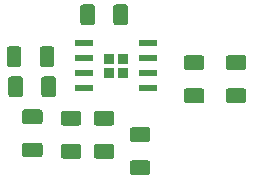
<source format=gbr>
G04 #@! TF.GenerationSoftware,KiCad,Pcbnew,(5.0.0)*
G04 #@! TF.CreationDate,2018-08-05T21:05:08-04:00*
G04 #@! TF.ProjectId,5vStepDown,357653746570446F776E2E6B69636164,rev?*
G04 #@! TF.SameCoordinates,Original*
G04 #@! TF.FileFunction,Paste,Top*
G04 #@! TF.FilePolarity,Positive*
%FSLAX46Y46*%
G04 Gerber Fmt 4.6, Leading zero omitted, Abs format (unit mm)*
G04 Created by KiCad (PCBNEW (5.0.0)) date 08/05/18 21:05:08*
%MOMM*%
%LPD*%
G01*
G04 APERTURE LIST*
%ADD10C,0.100000*%
%ADD11C,1.250000*%
%ADD12R,0.950000X0.950000*%
%ADD13R,1.550000X0.600000*%
G04 APERTURE END LIST*
D10*
G04 #@! TO.C,C2*
G36*
X172861504Y-101484204D02*
X172885773Y-101487804D01*
X172909571Y-101493765D01*
X172932671Y-101502030D01*
X172954849Y-101512520D01*
X172975893Y-101525133D01*
X172995598Y-101539747D01*
X173013777Y-101556223D01*
X173030253Y-101574402D01*
X173044867Y-101594107D01*
X173057480Y-101615151D01*
X173067970Y-101637329D01*
X173076235Y-101660429D01*
X173082196Y-101684227D01*
X173085796Y-101708496D01*
X173087000Y-101733000D01*
X173087000Y-102483000D01*
X173085796Y-102507504D01*
X173082196Y-102531773D01*
X173076235Y-102555571D01*
X173067970Y-102578671D01*
X173057480Y-102600849D01*
X173044867Y-102621893D01*
X173030253Y-102641598D01*
X173013777Y-102659777D01*
X172995598Y-102676253D01*
X172975893Y-102690867D01*
X172954849Y-102703480D01*
X172932671Y-102713970D01*
X172909571Y-102722235D01*
X172885773Y-102728196D01*
X172861504Y-102731796D01*
X172837000Y-102733000D01*
X171587000Y-102733000D01*
X171562496Y-102731796D01*
X171538227Y-102728196D01*
X171514429Y-102722235D01*
X171491329Y-102713970D01*
X171469151Y-102703480D01*
X171448107Y-102690867D01*
X171428402Y-102676253D01*
X171410223Y-102659777D01*
X171393747Y-102641598D01*
X171379133Y-102621893D01*
X171366520Y-102600849D01*
X171356030Y-102578671D01*
X171347765Y-102555571D01*
X171341804Y-102531773D01*
X171338204Y-102507504D01*
X171337000Y-102483000D01*
X171337000Y-101733000D01*
X171338204Y-101708496D01*
X171341804Y-101684227D01*
X171347765Y-101660429D01*
X171356030Y-101637329D01*
X171366520Y-101615151D01*
X171379133Y-101594107D01*
X171393747Y-101574402D01*
X171410223Y-101556223D01*
X171428402Y-101539747D01*
X171448107Y-101525133D01*
X171469151Y-101512520D01*
X171491329Y-101502030D01*
X171514429Y-101493765D01*
X171538227Y-101487804D01*
X171562496Y-101484204D01*
X171587000Y-101483000D01*
X172837000Y-101483000D01*
X172861504Y-101484204D01*
X172861504Y-101484204D01*
G37*
D11*
X172212000Y-102108000D03*
D10*
G36*
X172861504Y-98684204D02*
X172885773Y-98687804D01*
X172909571Y-98693765D01*
X172932671Y-98702030D01*
X172954849Y-98712520D01*
X172975893Y-98725133D01*
X172995598Y-98739747D01*
X173013777Y-98756223D01*
X173030253Y-98774402D01*
X173044867Y-98794107D01*
X173057480Y-98815151D01*
X173067970Y-98837329D01*
X173076235Y-98860429D01*
X173082196Y-98884227D01*
X173085796Y-98908496D01*
X173087000Y-98933000D01*
X173087000Y-99683000D01*
X173085796Y-99707504D01*
X173082196Y-99731773D01*
X173076235Y-99755571D01*
X173067970Y-99778671D01*
X173057480Y-99800849D01*
X173044867Y-99821893D01*
X173030253Y-99841598D01*
X173013777Y-99859777D01*
X172995598Y-99876253D01*
X172975893Y-99890867D01*
X172954849Y-99903480D01*
X172932671Y-99913970D01*
X172909571Y-99922235D01*
X172885773Y-99928196D01*
X172861504Y-99931796D01*
X172837000Y-99933000D01*
X171587000Y-99933000D01*
X171562496Y-99931796D01*
X171538227Y-99928196D01*
X171514429Y-99922235D01*
X171491329Y-99913970D01*
X171469151Y-99903480D01*
X171448107Y-99890867D01*
X171428402Y-99876253D01*
X171410223Y-99859777D01*
X171393747Y-99841598D01*
X171379133Y-99821893D01*
X171366520Y-99800849D01*
X171356030Y-99778671D01*
X171347765Y-99755571D01*
X171341804Y-99731773D01*
X171338204Y-99707504D01*
X171337000Y-99683000D01*
X171337000Y-98933000D01*
X171338204Y-98908496D01*
X171341804Y-98884227D01*
X171347765Y-98860429D01*
X171356030Y-98837329D01*
X171366520Y-98815151D01*
X171379133Y-98794107D01*
X171393747Y-98774402D01*
X171410223Y-98756223D01*
X171428402Y-98739747D01*
X171448107Y-98725133D01*
X171469151Y-98712520D01*
X171491329Y-98702030D01*
X171514429Y-98693765D01*
X171538227Y-98687804D01*
X171562496Y-98684204D01*
X171587000Y-98683000D01*
X172837000Y-98683000D01*
X172861504Y-98684204D01*
X172861504Y-98684204D01*
G37*
D11*
X172212000Y-99308000D03*
G04 #@! TD*
D10*
G04 #@! TO.C,C3*
G36*
X163736290Y-99973822D02*
X163760559Y-99977422D01*
X163784357Y-99983383D01*
X163807457Y-99991648D01*
X163829635Y-100002138D01*
X163850679Y-100014751D01*
X163870384Y-100029365D01*
X163888563Y-100045841D01*
X163905039Y-100064020D01*
X163919653Y-100083725D01*
X163932266Y-100104769D01*
X163942756Y-100126947D01*
X163951021Y-100150047D01*
X163956982Y-100173845D01*
X163960582Y-100198114D01*
X163961786Y-100222618D01*
X163961786Y-100972618D01*
X163960582Y-100997122D01*
X163956982Y-101021391D01*
X163951021Y-101045189D01*
X163942756Y-101068289D01*
X163932266Y-101090467D01*
X163919653Y-101111511D01*
X163905039Y-101131216D01*
X163888563Y-101149395D01*
X163870384Y-101165871D01*
X163850679Y-101180485D01*
X163829635Y-101193098D01*
X163807457Y-101203588D01*
X163784357Y-101211853D01*
X163760559Y-101217814D01*
X163736290Y-101221414D01*
X163711786Y-101222618D01*
X162461786Y-101222618D01*
X162437282Y-101221414D01*
X162413013Y-101217814D01*
X162389215Y-101211853D01*
X162366115Y-101203588D01*
X162343937Y-101193098D01*
X162322893Y-101180485D01*
X162303188Y-101165871D01*
X162285009Y-101149395D01*
X162268533Y-101131216D01*
X162253919Y-101111511D01*
X162241306Y-101090467D01*
X162230816Y-101068289D01*
X162222551Y-101045189D01*
X162216590Y-101021391D01*
X162212990Y-100997122D01*
X162211786Y-100972618D01*
X162211786Y-100222618D01*
X162212990Y-100198114D01*
X162216590Y-100173845D01*
X162222551Y-100150047D01*
X162230816Y-100126947D01*
X162241306Y-100104769D01*
X162253919Y-100083725D01*
X162268533Y-100064020D01*
X162285009Y-100045841D01*
X162303188Y-100029365D01*
X162322893Y-100014751D01*
X162343937Y-100002138D01*
X162366115Y-99991648D01*
X162389215Y-99983383D01*
X162413013Y-99977422D01*
X162437282Y-99973822D01*
X162461786Y-99972618D01*
X163711786Y-99972618D01*
X163736290Y-99973822D01*
X163736290Y-99973822D01*
G37*
D11*
X163086786Y-100597618D03*
D10*
G36*
X163736290Y-97173822D02*
X163760559Y-97177422D01*
X163784357Y-97183383D01*
X163807457Y-97191648D01*
X163829635Y-97202138D01*
X163850679Y-97214751D01*
X163870384Y-97229365D01*
X163888563Y-97245841D01*
X163905039Y-97264020D01*
X163919653Y-97283725D01*
X163932266Y-97304769D01*
X163942756Y-97326947D01*
X163951021Y-97350047D01*
X163956982Y-97373845D01*
X163960582Y-97398114D01*
X163961786Y-97422618D01*
X163961786Y-98172618D01*
X163960582Y-98197122D01*
X163956982Y-98221391D01*
X163951021Y-98245189D01*
X163942756Y-98268289D01*
X163932266Y-98290467D01*
X163919653Y-98311511D01*
X163905039Y-98331216D01*
X163888563Y-98349395D01*
X163870384Y-98365871D01*
X163850679Y-98380485D01*
X163829635Y-98393098D01*
X163807457Y-98403588D01*
X163784357Y-98411853D01*
X163760559Y-98417814D01*
X163736290Y-98421414D01*
X163711786Y-98422618D01*
X162461786Y-98422618D01*
X162437282Y-98421414D01*
X162413013Y-98417814D01*
X162389215Y-98411853D01*
X162366115Y-98403588D01*
X162343937Y-98393098D01*
X162322893Y-98380485D01*
X162303188Y-98365871D01*
X162285009Y-98349395D01*
X162268533Y-98331216D01*
X162253919Y-98311511D01*
X162241306Y-98290467D01*
X162230816Y-98268289D01*
X162222551Y-98245189D01*
X162216590Y-98221391D01*
X162212990Y-98197122D01*
X162211786Y-98172618D01*
X162211786Y-97422618D01*
X162212990Y-97398114D01*
X162216590Y-97373845D01*
X162222551Y-97350047D01*
X162230816Y-97326947D01*
X162241306Y-97304769D01*
X162253919Y-97283725D01*
X162268533Y-97264020D01*
X162285009Y-97245841D01*
X162303188Y-97229365D01*
X162322893Y-97214751D01*
X162343937Y-97202138D01*
X162366115Y-97191648D01*
X162389215Y-97183383D01*
X162413013Y-97177422D01*
X162437282Y-97173822D01*
X162461786Y-97172618D01*
X163711786Y-97172618D01*
X163736290Y-97173822D01*
X163736290Y-97173822D01*
G37*
D11*
X163086786Y-97797618D03*
G04 #@! TD*
D10*
G04 #@! TO.C,C4*
G36*
X161937504Y-91836204D02*
X161961773Y-91839804D01*
X161985571Y-91845765D01*
X162008671Y-91854030D01*
X162030849Y-91864520D01*
X162051893Y-91877133D01*
X162071598Y-91891747D01*
X162089777Y-91908223D01*
X162106253Y-91926402D01*
X162120867Y-91946107D01*
X162133480Y-91967151D01*
X162143970Y-91989329D01*
X162152235Y-92012429D01*
X162158196Y-92036227D01*
X162161796Y-92060496D01*
X162163000Y-92085000D01*
X162163000Y-93335000D01*
X162161796Y-93359504D01*
X162158196Y-93383773D01*
X162152235Y-93407571D01*
X162143970Y-93430671D01*
X162133480Y-93452849D01*
X162120867Y-93473893D01*
X162106253Y-93493598D01*
X162089777Y-93511777D01*
X162071598Y-93528253D01*
X162051893Y-93542867D01*
X162030849Y-93555480D01*
X162008671Y-93565970D01*
X161985571Y-93574235D01*
X161961773Y-93580196D01*
X161937504Y-93583796D01*
X161913000Y-93585000D01*
X161163000Y-93585000D01*
X161138496Y-93583796D01*
X161114227Y-93580196D01*
X161090429Y-93574235D01*
X161067329Y-93565970D01*
X161045151Y-93555480D01*
X161024107Y-93542867D01*
X161004402Y-93528253D01*
X160986223Y-93511777D01*
X160969747Y-93493598D01*
X160955133Y-93473893D01*
X160942520Y-93452849D01*
X160932030Y-93430671D01*
X160923765Y-93407571D01*
X160917804Y-93383773D01*
X160914204Y-93359504D01*
X160913000Y-93335000D01*
X160913000Y-92085000D01*
X160914204Y-92060496D01*
X160917804Y-92036227D01*
X160923765Y-92012429D01*
X160932030Y-91989329D01*
X160942520Y-91967151D01*
X160955133Y-91946107D01*
X160969747Y-91926402D01*
X160986223Y-91908223D01*
X161004402Y-91891747D01*
X161024107Y-91877133D01*
X161045151Y-91864520D01*
X161067329Y-91854030D01*
X161090429Y-91845765D01*
X161114227Y-91839804D01*
X161138496Y-91836204D01*
X161163000Y-91835000D01*
X161913000Y-91835000D01*
X161937504Y-91836204D01*
X161937504Y-91836204D01*
G37*
D11*
X161538000Y-92710000D03*
D10*
G36*
X164737504Y-91836204D02*
X164761773Y-91839804D01*
X164785571Y-91845765D01*
X164808671Y-91854030D01*
X164830849Y-91864520D01*
X164851893Y-91877133D01*
X164871598Y-91891747D01*
X164889777Y-91908223D01*
X164906253Y-91926402D01*
X164920867Y-91946107D01*
X164933480Y-91967151D01*
X164943970Y-91989329D01*
X164952235Y-92012429D01*
X164958196Y-92036227D01*
X164961796Y-92060496D01*
X164963000Y-92085000D01*
X164963000Y-93335000D01*
X164961796Y-93359504D01*
X164958196Y-93383773D01*
X164952235Y-93407571D01*
X164943970Y-93430671D01*
X164933480Y-93452849D01*
X164920867Y-93473893D01*
X164906253Y-93493598D01*
X164889777Y-93511777D01*
X164871598Y-93528253D01*
X164851893Y-93542867D01*
X164830849Y-93555480D01*
X164808671Y-93565970D01*
X164785571Y-93574235D01*
X164761773Y-93580196D01*
X164737504Y-93583796D01*
X164713000Y-93585000D01*
X163963000Y-93585000D01*
X163938496Y-93583796D01*
X163914227Y-93580196D01*
X163890429Y-93574235D01*
X163867329Y-93565970D01*
X163845151Y-93555480D01*
X163824107Y-93542867D01*
X163804402Y-93528253D01*
X163786223Y-93511777D01*
X163769747Y-93493598D01*
X163755133Y-93473893D01*
X163742520Y-93452849D01*
X163732030Y-93430671D01*
X163723765Y-93407571D01*
X163717804Y-93383773D01*
X163714204Y-93359504D01*
X163713000Y-93335000D01*
X163713000Y-92085000D01*
X163714204Y-92060496D01*
X163717804Y-92036227D01*
X163723765Y-92012429D01*
X163732030Y-91989329D01*
X163742520Y-91967151D01*
X163755133Y-91946107D01*
X163769747Y-91926402D01*
X163786223Y-91908223D01*
X163804402Y-91891747D01*
X163824107Y-91877133D01*
X163845151Y-91864520D01*
X163867329Y-91854030D01*
X163890429Y-91845765D01*
X163914227Y-91839804D01*
X163938496Y-91836204D01*
X163963000Y-91835000D01*
X164713000Y-91835000D01*
X164737504Y-91836204D01*
X164737504Y-91836204D01*
G37*
D11*
X164338000Y-92710000D03*
G04 #@! TD*
D10*
G04 #@! TO.C,C5*
G36*
X180989504Y-92588204D02*
X181013773Y-92591804D01*
X181037571Y-92597765D01*
X181060671Y-92606030D01*
X181082849Y-92616520D01*
X181103893Y-92629133D01*
X181123598Y-92643747D01*
X181141777Y-92660223D01*
X181158253Y-92678402D01*
X181172867Y-92698107D01*
X181185480Y-92719151D01*
X181195970Y-92741329D01*
X181204235Y-92764429D01*
X181210196Y-92788227D01*
X181213796Y-92812496D01*
X181215000Y-92837000D01*
X181215000Y-93587000D01*
X181213796Y-93611504D01*
X181210196Y-93635773D01*
X181204235Y-93659571D01*
X181195970Y-93682671D01*
X181185480Y-93704849D01*
X181172867Y-93725893D01*
X181158253Y-93745598D01*
X181141777Y-93763777D01*
X181123598Y-93780253D01*
X181103893Y-93794867D01*
X181082849Y-93807480D01*
X181060671Y-93817970D01*
X181037571Y-93826235D01*
X181013773Y-93832196D01*
X180989504Y-93835796D01*
X180965000Y-93837000D01*
X179715000Y-93837000D01*
X179690496Y-93835796D01*
X179666227Y-93832196D01*
X179642429Y-93826235D01*
X179619329Y-93817970D01*
X179597151Y-93807480D01*
X179576107Y-93794867D01*
X179556402Y-93780253D01*
X179538223Y-93763777D01*
X179521747Y-93745598D01*
X179507133Y-93725893D01*
X179494520Y-93704849D01*
X179484030Y-93682671D01*
X179475765Y-93659571D01*
X179469804Y-93635773D01*
X179466204Y-93611504D01*
X179465000Y-93587000D01*
X179465000Y-92837000D01*
X179466204Y-92812496D01*
X179469804Y-92788227D01*
X179475765Y-92764429D01*
X179484030Y-92741329D01*
X179494520Y-92719151D01*
X179507133Y-92698107D01*
X179521747Y-92678402D01*
X179538223Y-92660223D01*
X179556402Y-92643747D01*
X179576107Y-92629133D01*
X179597151Y-92616520D01*
X179619329Y-92606030D01*
X179642429Y-92597765D01*
X179666227Y-92591804D01*
X179690496Y-92588204D01*
X179715000Y-92587000D01*
X180965000Y-92587000D01*
X180989504Y-92588204D01*
X180989504Y-92588204D01*
G37*
D11*
X180340000Y-93212000D03*
D10*
G36*
X180989504Y-95388204D02*
X181013773Y-95391804D01*
X181037571Y-95397765D01*
X181060671Y-95406030D01*
X181082849Y-95416520D01*
X181103893Y-95429133D01*
X181123598Y-95443747D01*
X181141777Y-95460223D01*
X181158253Y-95478402D01*
X181172867Y-95498107D01*
X181185480Y-95519151D01*
X181195970Y-95541329D01*
X181204235Y-95564429D01*
X181210196Y-95588227D01*
X181213796Y-95612496D01*
X181215000Y-95637000D01*
X181215000Y-96387000D01*
X181213796Y-96411504D01*
X181210196Y-96435773D01*
X181204235Y-96459571D01*
X181195970Y-96482671D01*
X181185480Y-96504849D01*
X181172867Y-96525893D01*
X181158253Y-96545598D01*
X181141777Y-96563777D01*
X181123598Y-96580253D01*
X181103893Y-96594867D01*
X181082849Y-96607480D01*
X181060671Y-96617970D01*
X181037571Y-96626235D01*
X181013773Y-96632196D01*
X180989504Y-96635796D01*
X180965000Y-96637000D01*
X179715000Y-96637000D01*
X179690496Y-96635796D01*
X179666227Y-96632196D01*
X179642429Y-96626235D01*
X179619329Y-96617970D01*
X179597151Y-96607480D01*
X179576107Y-96594867D01*
X179556402Y-96580253D01*
X179538223Y-96563777D01*
X179521747Y-96545598D01*
X179507133Y-96525893D01*
X179494520Y-96504849D01*
X179484030Y-96482671D01*
X179475765Y-96459571D01*
X179469804Y-96435773D01*
X179466204Y-96411504D01*
X179465000Y-96387000D01*
X179465000Y-95637000D01*
X179466204Y-95612496D01*
X179469804Y-95588227D01*
X179475765Y-95564429D01*
X179484030Y-95541329D01*
X179494520Y-95519151D01*
X179507133Y-95498107D01*
X179521747Y-95478402D01*
X179538223Y-95460223D01*
X179556402Y-95443747D01*
X179576107Y-95429133D01*
X179597151Y-95416520D01*
X179619329Y-95406030D01*
X179642429Y-95397765D01*
X179666227Y-95391804D01*
X179690496Y-95388204D01*
X179715000Y-95387000D01*
X180965000Y-95387000D01*
X180989504Y-95388204D01*
X180989504Y-95388204D01*
G37*
D11*
X180340000Y-96012000D03*
G04 #@! TD*
D10*
G04 #@! TO.C,C6*
G36*
X177433504Y-92594204D02*
X177457773Y-92597804D01*
X177481571Y-92603765D01*
X177504671Y-92612030D01*
X177526849Y-92622520D01*
X177547893Y-92635133D01*
X177567598Y-92649747D01*
X177585777Y-92666223D01*
X177602253Y-92684402D01*
X177616867Y-92704107D01*
X177629480Y-92725151D01*
X177639970Y-92747329D01*
X177648235Y-92770429D01*
X177654196Y-92794227D01*
X177657796Y-92818496D01*
X177659000Y-92843000D01*
X177659000Y-93593000D01*
X177657796Y-93617504D01*
X177654196Y-93641773D01*
X177648235Y-93665571D01*
X177639970Y-93688671D01*
X177629480Y-93710849D01*
X177616867Y-93731893D01*
X177602253Y-93751598D01*
X177585777Y-93769777D01*
X177567598Y-93786253D01*
X177547893Y-93800867D01*
X177526849Y-93813480D01*
X177504671Y-93823970D01*
X177481571Y-93832235D01*
X177457773Y-93838196D01*
X177433504Y-93841796D01*
X177409000Y-93843000D01*
X176159000Y-93843000D01*
X176134496Y-93841796D01*
X176110227Y-93838196D01*
X176086429Y-93832235D01*
X176063329Y-93823970D01*
X176041151Y-93813480D01*
X176020107Y-93800867D01*
X176000402Y-93786253D01*
X175982223Y-93769777D01*
X175965747Y-93751598D01*
X175951133Y-93731893D01*
X175938520Y-93710849D01*
X175928030Y-93688671D01*
X175919765Y-93665571D01*
X175913804Y-93641773D01*
X175910204Y-93617504D01*
X175909000Y-93593000D01*
X175909000Y-92843000D01*
X175910204Y-92818496D01*
X175913804Y-92794227D01*
X175919765Y-92770429D01*
X175928030Y-92747329D01*
X175938520Y-92725151D01*
X175951133Y-92704107D01*
X175965747Y-92684402D01*
X175982223Y-92666223D01*
X176000402Y-92649747D01*
X176020107Y-92635133D01*
X176041151Y-92622520D01*
X176063329Y-92612030D01*
X176086429Y-92603765D01*
X176110227Y-92597804D01*
X176134496Y-92594204D01*
X176159000Y-92593000D01*
X177409000Y-92593000D01*
X177433504Y-92594204D01*
X177433504Y-92594204D01*
G37*
D11*
X176784000Y-93218000D03*
D10*
G36*
X177433504Y-95394204D02*
X177457773Y-95397804D01*
X177481571Y-95403765D01*
X177504671Y-95412030D01*
X177526849Y-95422520D01*
X177547893Y-95435133D01*
X177567598Y-95449747D01*
X177585777Y-95466223D01*
X177602253Y-95484402D01*
X177616867Y-95504107D01*
X177629480Y-95525151D01*
X177639970Y-95547329D01*
X177648235Y-95570429D01*
X177654196Y-95594227D01*
X177657796Y-95618496D01*
X177659000Y-95643000D01*
X177659000Y-96393000D01*
X177657796Y-96417504D01*
X177654196Y-96441773D01*
X177648235Y-96465571D01*
X177639970Y-96488671D01*
X177629480Y-96510849D01*
X177616867Y-96531893D01*
X177602253Y-96551598D01*
X177585777Y-96569777D01*
X177567598Y-96586253D01*
X177547893Y-96600867D01*
X177526849Y-96613480D01*
X177504671Y-96623970D01*
X177481571Y-96632235D01*
X177457773Y-96638196D01*
X177433504Y-96641796D01*
X177409000Y-96643000D01*
X176159000Y-96643000D01*
X176134496Y-96641796D01*
X176110227Y-96638196D01*
X176086429Y-96632235D01*
X176063329Y-96623970D01*
X176041151Y-96613480D01*
X176020107Y-96600867D01*
X176000402Y-96586253D01*
X175982223Y-96569777D01*
X175965747Y-96551598D01*
X175951133Y-96531893D01*
X175938520Y-96510849D01*
X175928030Y-96488671D01*
X175919765Y-96465571D01*
X175913804Y-96441773D01*
X175910204Y-96417504D01*
X175909000Y-96393000D01*
X175909000Y-95643000D01*
X175910204Y-95618496D01*
X175913804Y-95594227D01*
X175919765Y-95570429D01*
X175928030Y-95547329D01*
X175938520Y-95525151D01*
X175951133Y-95504107D01*
X175965747Y-95484402D01*
X175982223Y-95466223D01*
X176000402Y-95449747D01*
X176020107Y-95435133D01*
X176041151Y-95422520D01*
X176063329Y-95412030D01*
X176086429Y-95403765D01*
X176110227Y-95397804D01*
X176134496Y-95394204D01*
X176159000Y-95393000D01*
X177409000Y-95393000D01*
X177433504Y-95394204D01*
X177433504Y-95394204D01*
G37*
D11*
X176784000Y-96018000D03*
G04 #@! TD*
D10*
G04 #@! TO.C,R1*
G36*
X170963504Y-88280204D02*
X170987773Y-88283804D01*
X171011571Y-88289765D01*
X171034671Y-88298030D01*
X171056849Y-88308520D01*
X171077893Y-88321133D01*
X171097598Y-88335747D01*
X171115777Y-88352223D01*
X171132253Y-88370402D01*
X171146867Y-88390107D01*
X171159480Y-88411151D01*
X171169970Y-88433329D01*
X171178235Y-88456429D01*
X171184196Y-88480227D01*
X171187796Y-88504496D01*
X171189000Y-88529000D01*
X171189000Y-89779000D01*
X171187796Y-89803504D01*
X171184196Y-89827773D01*
X171178235Y-89851571D01*
X171169970Y-89874671D01*
X171159480Y-89896849D01*
X171146867Y-89917893D01*
X171132253Y-89937598D01*
X171115777Y-89955777D01*
X171097598Y-89972253D01*
X171077893Y-89986867D01*
X171056849Y-89999480D01*
X171034671Y-90009970D01*
X171011571Y-90018235D01*
X170987773Y-90024196D01*
X170963504Y-90027796D01*
X170939000Y-90029000D01*
X170189000Y-90029000D01*
X170164496Y-90027796D01*
X170140227Y-90024196D01*
X170116429Y-90018235D01*
X170093329Y-90009970D01*
X170071151Y-89999480D01*
X170050107Y-89986867D01*
X170030402Y-89972253D01*
X170012223Y-89955777D01*
X169995747Y-89937598D01*
X169981133Y-89917893D01*
X169968520Y-89896849D01*
X169958030Y-89874671D01*
X169949765Y-89851571D01*
X169943804Y-89827773D01*
X169940204Y-89803504D01*
X169939000Y-89779000D01*
X169939000Y-88529000D01*
X169940204Y-88504496D01*
X169943804Y-88480227D01*
X169949765Y-88456429D01*
X169958030Y-88433329D01*
X169968520Y-88411151D01*
X169981133Y-88390107D01*
X169995747Y-88370402D01*
X170012223Y-88352223D01*
X170030402Y-88335747D01*
X170050107Y-88321133D01*
X170071151Y-88308520D01*
X170093329Y-88298030D01*
X170116429Y-88289765D01*
X170140227Y-88283804D01*
X170164496Y-88280204D01*
X170189000Y-88279000D01*
X170939000Y-88279000D01*
X170963504Y-88280204D01*
X170963504Y-88280204D01*
G37*
D11*
X170564000Y-89154000D03*
D10*
G36*
X168163504Y-88280204D02*
X168187773Y-88283804D01*
X168211571Y-88289765D01*
X168234671Y-88298030D01*
X168256849Y-88308520D01*
X168277893Y-88321133D01*
X168297598Y-88335747D01*
X168315777Y-88352223D01*
X168332253Y-88370402D01*
X168346867Y-88390107D01*
X168359480Y-88411151D01*
X168369970Y-88433329D01*
X168378235Y-88456429D01*
X168384196Y-88480227D01*
X168387796Y-88504496D01*
X168389000Y-88529000D01*
X168389000Y-89779000D01*
X168387796Y-89803504D01*
X168384196Y-89827773D01*
X168378235Y-89851571D01*
X168369970Y-89874671D01*
X168359480Y-89896849D01*
X168346867Y-89917893D01*
X168332253Y-89937598D01*
X168315777Y-89955777D01*
X168297598Y-89972253D01*
X168277893Y-89986867D01*
X168256849Y-89999480D01*
X168234671Y-90009970D01*
X168211571Y-90018235D01*
X168187773Y-90024196D01*
X168163504Y-90027796D01*
X168139000Y-90029000D01*
X167389000Y-90029000D01*
X167364496Y-90027796D01*
X167340227Y-90024196D01*
X167316429Y-90018235D01*
X167293329Y-90009970D01*
X167271151Y-89999480D01*
X167250107Y-89986867D01*
X167230402Y-89972253D01*
X167212223Y-89955777D01*
X167195747Y-89937598D01*
X167181133Y-89917893D01*
X167168520Y-89896849D01*
X167158030Y-89874671D01*
X167149765Y-89851571D01*
X167143804Y-89827773D01*
X167140204Y-89803504D01*
X167139000Y-89779000D01*
X167139000Y-88529000D01*
X167140204Y-88504496D01*
X167143804Y-88480227D01*
X167149765Y-88456429D01*
X167158030Y-88433329D01*
X167168520Y-88411151D01*
X167181133Y-88390107D01*
X167195747Y-88370402D01*
X167212223Y-88352223D01*
X167230402Y-88335747D01*
X167250107Y-88321133D01*
X167271151Y-88308520D01*
X167293329Y-88298030D01*
X167316429Y-88289765D01*
X167340227Y-88283804D01*
X167364496Y-88280204D01*
X167389000Y-88279000D01*
X168139000Y-88279000D01*
X168163504Y-88280204D01*
X168163504Y-88280204D01*
G37*
D11*
X167764000Y-89154000D03*
G04 #@! TD*
D10*
G04 #@! TO.C,R2*
G36*
X164867504Y-94376204D02*
X164891773Y-94379804D01*
X164915571Y-94385765D01*
X164938671Y-94394030D01*
X164960849Y-94404520D01*
X164981893Y-94417133D01*
X165001598Y-94431747D01*
X165019777Y-94448223D01*
X165036253Y-94466402D01*
X165050867Y-94486107D01*
X165063480Y-94507151D01*
X165073970Y-94529329D01*
X165082235Y-94552429D01*
X165088196Y-94576227D01*
X165091796Y-94600496D01*
X165093000Y-94625000D01*
X165093000Y-95875000D01*
X165091796Y-95899504D01*
X165088196Y-95923773D01*
X165082235Y-95947571D01*
X165073970Y-95970671D01*
X165063480Y-95992849D01*
X165050867Y-96013893D01*
X165036253Y-96033598D01*
X165019777Y-96051777D01*
X165001598Y-96068253D01*
X164981893Y-96082867D01*
X164960849Y-96095480D01*
X164938671Y-96105970D01*
X164915571Y-96114235D01*
X164891773Y-96120196D01*
X164867504Y-96123796D01*
X164843000Y-96125000D01*
X164093000Y-96125000D01*
X164068496Y-96123796D01*
X164044227Y-96120196D01*
X164020429Y-96114235D01*
X163997329Y-96105970D01*
X163975151Y-96095480D01*
X163954107Y-96082867D01*
X163934402Y-96068253D01*
X163916223Y-96051777D01*
X163899747Y-96033598D01*
X163885133Y-96013893D01*
X163872520Y-95992849D01*
X163862030Y-95970671D01*
X163853765Y-95947571D01*
X163847804Y-95923773D01*
X163844204Y-95899504D01*
X163843000Y-95875000D01*
X163843000Y-94625000D01*
X163844204Y-94600496D01*
X163847804Y-94576227D01*
X163853765Y-94552429D01*
X163862030Y-94529329D01*
X163872520Y-94507151D01*
X163885133Y-94486107D01*
X163899747Y-94466402D01*
X163916223Y-94448223D01*
X163934402Y-94431747D01*
X163954107Y-94417133D01*
X163975151Y-94404520D01*
X163997329Y-94394030D01*
X164020429Y-94385765D01*
X164044227Y-94379804D01*
X164068496Y-94376204D01*
X164093000Y-94375000D01*
X164843000Y-94375000D01*
X164867504Y-94376204D01*
X164867504Y-94376204D01*
G37*
D11*
X164468000Y-95250000D03*
D10*
G36*
X162067504Y-94376204D02*
X162091773Y-94379804D01*
X162115571Y-94385765D01*
X162138671Y-94394030D01*
X162160849Y-94404520D01*
X162181893Y-94417133D01*
X162201598Y-94431747D01*
X162219777Y-94448223D01*
X162236253Y-94466402D01*
X162250867Y-94486107D01*
X162263480Y-94507151D01*
X162273970Y-94529329D01*
X162282235Y-94552429D01*
X162288196Y-94576227D01*
X162291796Y-94600496D01*
X162293000Y-94625000D01*
X162293000Y-95875000D01*
X162291796Y-95899504D01*
X162288196Y-95923773D01*
X162282235Y-95947571D01*
X162273970Y-95970671D01*
X162263480Y-95992849D01*
X162250867Y-96013893D01*
X162236253Y-96033598D01*
X162219777Y-96051777D01*
X162201598Y-96068253D01*
X162181893Y-96082867D01*
X162160849Y-96095480D01*
X162138671Y-96105970D01*
X162115571Y-96114235D01*
X162091773Y-96120196D01*
X162067504Y-96123796D01*
X162043000Y-96125000D01*
X161293000Y-96125000D01*
X161268496Y-96123796D01*
X161244227Y-96120196D01*
X161220429Y-96114235D01*
X161197329Y-96105970D01*
X161175151Y-96095480D01*
X161154107Y-96082867D01*
X161134402Y-96068253D01*
X161116223Y-96051777D01*
X161099747Y-96033598D01*
X161085133Y-96013893D01*
X161072520Y-95992849D01*
X161062030Y-95970671D01*
X161053765Y-95947571D01*
X161047804Y-95923773D01*
X161044204Y-95899504D01*
X161043000Y-95875000D01*
X161043000Y-94625000D01*
X161044204Y-94600496D01*
X161047804Y-94576227D01*
X161053765Y-94552429D01*
X161062030Y-94529329D01*
X161072520Y-94507151D01*
X161085133Y-94486107D01*
X161099747Y-94466402D01*
X161116223Y-94448223D01*
X161134402Y-94431747D01*
X161154107Y-94417133D01*
X161175151Y-94404520D01*
X161197329Y-94394030D01*
X161220429Y-94385765D01*
X161244227Y-94379804D01*
X161268496Y-94376204D01*
X161293000Y-94375000D01*
X162043000Y-94375000D01*
X162067504Y-94376204D01*
X162067504Y-94376204D01*
G37*
D11*
X161668000Y-95250000D03*
G04 #@! TD*
D10*
G04 #@! TO.C,R3*
G36*
X167019504Y-100090204D02*
X167043773Y-100093804D01*
X167067571Y-100099765D01*
X167090671Y-100108030D01*
X167112849Y-100118520D01*
X167133893Y-100131133D01*
X167153598Y-100145747D01*
X167171777Y-100162223D01*
X167188253Y-100180402D01*
X167202867Y-100200107D01*
X167215480Y-100221151D01*
X167225970Y-100243329D01*
X167234235Y-100266429D01*
X167240196Y-100290227D01*
X167243796Y-100314496D01*
X167245000Y-100339000D01*
X167245000Y-101089000D01*
X167243796Y-101113504D01*
X167240196Y-101137773D01*
X167234235Y-101161571D01*
X167225970Y-101184671D01*
X167215480Y-101206849D01*
X167202867Y-101227893D01*
X167188253Y-101247598D01*
X167171777Y-101265777D01*
X167153598Y-101282253D01*
X167133893Y-101296867D01*
X167112849Y-101309480D01*
X167090671Y-101319970D01*
X167067571Y-101328235D01*
X167043773Y-101334196D01*
X167019504Y-101337796D01*
X166995000Y-101339000D01*
X165745000Y-101339000D01*
X165720496Y-101337796D01*
X165696227Y-101334196D01*
X165672429Y-101328235D01*
X165649329Y-101319970D01*
X165627151Y-101309480D01*
X165606107Y-101296867D01*
X165586402Y-101282253D01*
X165568223Y-101265777D01*
X165551747Y-101247598D01*
X165537133Y-101227893D01*
X165524520Y-101206849D01*
X165514030Y-101184671D01*
X165505765Y-101161571D01*
X165499804Y-101137773D01*
X165496204Y-101113504D01*
X165495000Y-101089000D01*
X165495000Y-100339000D01*
X165496204Y-100314496D01*
X165499804Y-100290227D01*
X165505765Y-100266429D01*
X165514030Y-100243329D01*
X165524520Y-100221151D01*
X165537133Y-100200107D01*
X165551747Y-100180402D01*
X165568223Y-100162223D01*
X165586402Y-100145747D01*
X165606107Y-100131133D01*
X165627151Y-100118520D01*
X165649329Y-100108030D01*
X165672429Y-100099765D01*
X165696227Y-100093804D01*
X165720496Y-100090204D01*
X165745000Y-100089000D01*
X166995000Y-100089000D01*
X167019504Y-100090204D01*
X167019504Y-100090204D01*
G37*
D11*
X166370000Y-100714000D03*
D10*
G36*
X167019504Y-97290204D02*
X167043773Y-97293804D01*
X167067571Y-97299765D01*
X167090671Y-97308030D01*
X167112849Y-97318520D01*
X167133893Y-97331133D01*
X167153598Y-97345747D01*
X167171777Y-97362223D01*
X167188253Y-97380402D01*
X167202867Y-97400107D01*
X167215480Y-97421151D01*
X167225970Y-97443329D01*
X167234235Y-97466429D01*
X167240196Y-97490227D01*
X167243796Y-97514496D01*
X167245000Y-97539000D01*
X167245000Y-98289000D01*
X167243796Y-98313504D01*
X167240196Y-98337773D01*
X167234235Y-98361571D01*
X167225970Y-98384671D01*
X167215480Y-98406849D01*
X167202867Y-98427893D01*
X167188253Y-98447598D01*
X167171777Y-98465777D01*
X167153598Y-98482253D01*
X167133893Y-98496867D01*
X167112849Y-98509480D01*
X167090671Y-98519970D01*
X167067571Y-98528235D01*
X167043773Y-98534196D01*
X167019504Y-98537796D01*
X166995000Y-98539000D01*
X165745000Y-98539000D01*
X165720496Y-98537796D01*
X165696227Y-98534196D01*
X165672429Y-98528235D01*
X165649329Y-98519970D01*
X165627151Y-98509480D01*
X165606107Y-98496867D01*
X165586402Y-98482253D01*
X165568223Y-98465777D01*
X165551747Y-98447598D01*
X165537133Y-98427893D01*
X165524520Y-98406849D01*
X165514030Y-98384671D01*
X165505765Y-98361571D01*
X165499804Y-98337773D01*
X165496204Y-98313504D01*
X165495000Y-98289000D01*
X165495000Y-97539000D01*
X165496204Y-97514496D01*
X165499804Y-97490227D01*
X165505765Y-97466429D01*
X165514030Y-97443329D01*
X165524520Y-97421151D01*
X165537133Y-97400107D01*
X165551747Y-97380402D01*
X165568223Y-97362223D01*
X165586402Y-97345747D01*
X165606107Y-97331133D01*
X165627151Y-97318520D01*
X165649329Y-97308030D01*
X165672429Y-97299765D01*
X165696227Y-97293804D01*
X165720496Y-97290204D01*
X165745000Y-97289000D01*
X166995000Y-97289000D01*
X167019504Y-97290204D01*
X167019504Y-97290204D01*
G37*
D11*
X166370000Y-97914000D03*
G04 #@! TD*
D10*
G04 #@! TO.C,R4*
G36*
X169813504Y-100090204D02*
X169837773Y-100093804D01*
X169861571Y-100099765D01*
X169884671Y-100108030D01*
X169906849Y-100118520D01*
X169927893Y-100131133D01*
X169947598Y-100145747D01*
X169965777Y-100162223D01*
X169982253Y-100180402D01*
X169996867Y-100200107D01*
X170009480Y-100221151D01*
X170019970Y-100243329D01*
X170028235Y-100266429D01*
X170034196Y-100290227D01*
X170037796Y-100314496D01*
X170039000Y-100339000D01*
X170039000Y-101089000D01*
X170037796Y-101113504D01*
X170034196Y-101137773D01*
X170028235Y-101161571D01*
X170019970Y-101184671D01*
X170009480Y-101206849D01*
X169996867Y-101227893D01*
X169982253Y-101247598D01*
X169965777Y-101265777D01*
X169947598Y-101282253D01*
X169927893Y-101296867D01*
X169906849Y-101309480D01*
X169884671Y-101319970D01*
X169861571Y-101328235D01*
X169837773Y-101334196D01*
X169813504Y-101337796D01*
X169789000Y-101339000D01*
X168539000Y-101339000D01*
X168514496Y-101337796D01*
X168490227Y-101334196D01*
X168466429Y-101328235D01*
X168443329Y-101319970D01*
X168421151Y-101309480D01*
X168400107Y-101296867D01*
X168380402Y-101282253D01*
X168362223Y-101265777D01*
X168345747Y-101247598D01*
X168331133Y-101227893D01*
X168318520Y-101206849D01*
X168308030Y-101184671D01*
X168299765Y-101161571D01*
X168293804Y-101137773D01*
X168290204Y-101113504D01*
X168289000Y-101089000D01*
X168289000Y-100339000D01*
X168290204Y-100314496D01*
X168293804Y-100290227D01*
X168299765Y-100266429D01*
X168308030Y-100243329D01*
X168318520Y-100221151D01*
X168331133Y-100200107D01*
X168345747Y-100180402D01*
X168362223Y-100162223D01*
X168380402Y-100145747D01*
X168400107Y-100131133D01*
X168421151Y-100118520D01*
X168443329Y-100108030D01*
X168466429Y-100099765D01*
X168490227Y-100093804D01*
X168514496Y-100090204D01*
X168539000Y-100089000D01*
X169789000Y-100089000D01*
X169813504Y-100090204D01*
X169813504Y-100090204D01*
G37*
D11*
X169164000Y-100714000D03*
D10*
G36*
X169813504Y-97290204D02*
X169837773Y-97293804D01*
X169861571Y-97299765D01*
X169884671Y-97308030D01*
X169906849Y-97318520D01*
X169927893Y-97331133D01*
X169947598Y-97345747D01*
X169965777Y-97362223D01*
X169982253Y-97380402D01*
X169996867Y-97400107D01*
X170009480Y-97421151D01*
X170019970Y-97443329D01*
X170028235Y-97466429D01*
X170034196Y-97490227D01*
X170037796Y-97514496D01*
X170039000Y-97539000D01*
X170039000Y-98289000D01*
X170037796Y-98313504D01*
X170034196Y-98337773D01*
X170028235Y-98361571D01*
X170019970Y-98384671D01*
X170009480Y-98406849D01*
X169996867Y-98427893D01*
X169982253Y-98447598D01*
X169965777Y-98465777D01*
X169947598Y-98482253D01*
X169927893Y-98496867D01*
X169906849Y-98509480D01*
X169884671Y-98519970D01*
X169861571Y-98528235D01*
X169837773Y-98534196D01*
X169813504Y-98537796D01*
X169789000Y-98539000D01*
X168539000Y-98539000D01*
X168514496Y-98537796D01*
X168490227Y-98534196D01*
X168466429Y-98528235D01*
X168443329Y-98519970D01*
X168421151Y-98509480D01*
X168400107Y-98496867D01*
X168380402Y-98482253D01*
X168362223Y-98465777D01*
X168345747Y-98447598D01*
X168331133Y-98427893D01*
X168318520Y-98406849D01*
X168308030Y-98384671D01*
X168299765Y-98361571D01*
X168293804Y-98337773D01*
X168290204Y-98313504D01*
X168289000Y-98289000D01*
X168289000Y-97539000D01*
X168290204Y-97514496D01*
X168293804Y-97490227D01*
X168299765Y-97466429D01*
X168308030Y-97443329D01*
X168318520Y-97421151D01*
X168331133Y-97400107D01*
X168345747Y-97380402D01*
X168362223Y-97362223D01*
X168380402Y-97345747D01*
X168400107Y-97331133D01*
X168421151Y-97318520D01*
X168443329Y-97308030D01*
X168466429Y-97299765D01*
X168490227Y-97293804D01*
X168514496Y-97290204D01*
X168539000Y-97289000D01*
X169789000Y-97289000D01*
X169813504Y-97290204D01*
X169813504Y-97290204D01*
G37*
D11*
X169164000Y-97914000D03*
G04 #@! TD*
D12*
G04 #@! TO.C,U1*
X169592500Y-94059500D03*
X170767500Y-94059500D03*
X170767500Y-92884500D03*
X169592500Y-92884500D03*
D13*
X167480000Y-95377000D03*
X167480000Y-94107000D03*
X167480000Y-92837000D03*
X167480000Y-91567000D03*
X172880000Y-91567000D03*
X172880000Y-92837000D03*
X172880000Y-94107000D03*
X172880000Y-95377000D03*
G04 #@! TD*
M02*

</source>
